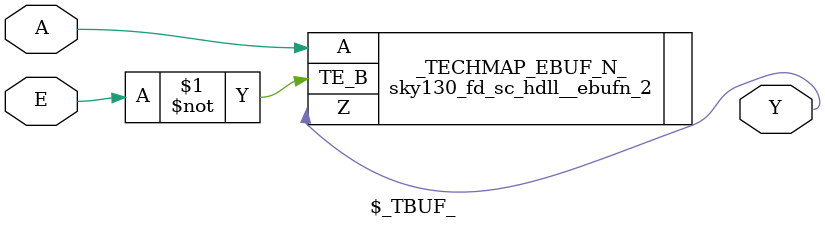
<source format=v>

module \$_TBUF_ (input A, input E, output Y);
  sky130_fd_sc_hdll__ebufn_2 _TECHMAP_EBUF_N_ (
    .A(A),
    .Z(Y),
    .TE_B(~E));
endmodule
</source>
